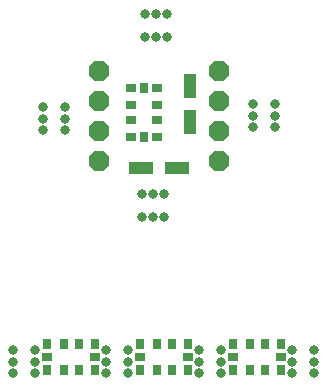
<source format=gbs>
G75*
%MOIN*%
%OFA0B0*%
%FSLAX24Y24*%
%IPPOS*%
%LPD*%
%AMOC8*
5,1,8,0,0,1.08239X$1,22.5*
%
%ADD10C,0.0316*%
%ADD11R,0.0316X0.0356*%
%ADD12R,0.0356X0.0316*%
%ADD13OC8,0.0680*%
%ADD14R,0.0395X0.0395*%
D10*
X004037Y005944D03*
X004037Y006324D03*
X004037Y006704D03*
X004797Y006704D03*
X004797Y006324D03*
X004797Y005944D03*
X007137Y005944D03*
X007137Y006324D03*
X007137Y006704D03*
X007897Y006704D03*
X007897Y006324D03*
X007897Y005944D03*
X010237Y005944D03*
X010237Y006324D03*
X010237Y006704D03*
X010997Y006704D03*
X010997Y006324D03*
X010997Y005944D03*
X013337Y005944D03*
X013337Y006324D03*
X013337Y006704D03*
X014097Y006704D03*
X014097Y006324D03*
X014097Y005944D03*
X009097Y011144D03*
X008717Y011144D03*
X008337Y011144D03*
X008337Y011904D03*
X008717Y011904D03*
X009097Y011904D03*
X012037Y014144D03*
X012037Y014524D03*
X012037Y014904D03*
X012797Y014904D03*
X012797Y014524D03*
X012797Y014144D03*
X009197Y017144D03*
X008817Y017144D03*
X008437Y017144D03*
X008437Y017904D03*
X008817Y017904D03*
X009197Y017904D03*
X005797Y014804D03*
X005797Y014424D03*
X005797Y014044D03*
X005037Y014044D03*
X005037Y014424D03*
X005037Y014804D03*
D11*
X008417Y015431D03*
X008417Y013817D03*
X008285Y006928D03*
X008842Y006928D03*
X009342Y006928D03*
X009899Y006928D03*
X009899Y006062D03*
X009342Y006062D03*
X008842Y006062D03*
X008285Y006062D03*
X006799Y006062D03*
X006242Y006062D03*
X005742Y006062D03*
X005185Y006062D03*
X005185Y006928D03*
X005742Y006928D03*
X006242Y006928D03*
X006799Y006928D03*
X011385Y006928D03*
X011942Y006928D03*
X012442Y006928D03*
X012999Y006928D03*
X012999Y006062D03*
X012442Y006062D03*
X011942Y006062D03*
X011385Y006062D03*
D12*
X011385Y006495D03*
X009899Y006495D03*
X008285Y006495D03*
X006799Y006495D03*
X005185Y006495D03*
X007984Y013817D03*
X007984Y014374D03*
X007984Y014874D03*
X007984Y015431D03*
X008850Y015431D03*
X008850Y014874D03*
X008850Y014374D03*
X008850Y013817D03*
X012999Y006495D03*
D13*
X010917Y013024D03*
X010917Y014024D03*
X010917Y015024D03*
X010917Y016024D03*
X006917Y016024D03*
X006917Y015024D03*
X006917Y014024D03*
X006917Y013024D03*
D14*
X008117Y012774D03*
X008517Y012774D03*
X009317Y012774D03*
X009717Y012774D03*
X009967Y014124D03*
X009967Y014524D03*
X009967Y015324D03*
X009967Y015724D03*
M02*

</source>
